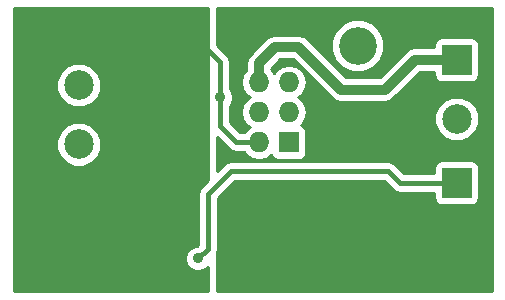
<source format=gbl>
G04 #@! TF.FileFunction,Copper,L2,Bot,Signal*
%FSLAX46Y46*%
G04 Gerber Fmt 4.6, Leading zero omitted, Abs format (unit mm)*
G04 Created by KiCad (PCBNEW 4.0.1-3.201512161002+6197~38~ubuntu15.10.1-stable) date 2015-12-20T00:19:31 CET*
%MOMM*%
G01*
G04 APERTURE LIST*
%ADD10C,0.100000*%
%ADD11C,2.499360*%
%ADD12R,2.500000X2.500000*%
%ADD13C,2.500000*%
%ADD14R,1.727200X1.727200*%
%ADD15O,1.727200X1.727200*%
%ADD16C,3.200000*%
%ADD17C,0.914400*%
%ADD18C,0.406400*%
%ADD19C,0.812800*%
%ADD20C,0.254000*%
G04 APERTURE END LIST*
D10*
D11*
X183388000Y-125349000D03*
X183388000Y-120347740D03*
X183388000Y-130350260D03*
D12*
X215392000Y-133604000D03*
D13*
X215392000Y-138604000D03*
D12*
X215392000Y-123190000D03*
D13*
X215392000Y-128190000D03*
D14*
X201168000Y-130175000D03*
D15*
X198628000Y-130175000D03*
X201168000Y-127635000D03*
X198628000Y-127635000D03*
X201168000Y-125095000D03*
X198628000Y-125095000D03*
D16*
X207000000Y-122000000D03*
D17*
X193484500Y-140017500D03*
X190119000Y-137858500D03*
X190119000Y-135255000D03*
X190119000Y-133921500D03*
X188849000Y-133921500D03*
X188849000Y-135255000D03*
X188849000Y-136525000D03*
X190119000Y-136525000D03*
X195326000Y-126365000D03*
X199849000Y-137668000D03*
X201168000Y-140208000D03*
X201168000Y-138938000D03*
X201168000Y-137668000D03*
X201168000Y-136398000D03*
X201168000Y-135128000D03*
X199898000Y-140208000D03*
X199898000Y-138938000D03*
X199898000Y-136398000D03*
X199898000Y-135128000D03*
X198628000Y-140208000D03*
X198628000Y-138938000D03*
X198628000Y-137668000D03*
X198628000Y-136398000D03*
X198628000Y-135128000D03*
X197358000Y-135128000D03*
X197358000Y-140208000D03*
X197358000Y-138938000D03*
X197358000Y-137668000D03*
X197358000Y-136398000D03*
D18*
X193484500Y-140017500D02*
X194310000Y-139192000D01*
X194310000Y-134556500D02*
X196278500Y-132588000D01*
X194310000Y-139192000D02*
X194310000Y-134556500D01*
X196278500Y-132588000D02*
X209550000Y-132588000D01*
X209550000Y-132588000D02*
X210566000Y-133604000D01*
X210566000Y-133604000D02*
X215392000Y-133604000D01*
D19*
X209296000Y-125730000D02*
X211836000Y-123190000D01*
X211836000Y-123190000D02*
X215392000Y-123190000D01*
X205613000Y-125730000D02*
X209296000Y-125730000D01*
X201993500Y-122110500D02*
X205613000Y-125730000D01*
X200025000Y-122110500D02*
X201993500Y-122110500D01*
X198628000Y-123507500D02*
X200025000Y-122110500D01*
X198628000Y-125095000D02*
X198628000Y-123507500D01*
D18*
X195326000Y-126365000D02*
X195326000Y-123380500D01*
X195326000Y-123380500D02*
X192293240Y-120347740D01*
X192293240Y-120347740D02*
X183388000Y-120347740D01*
X190119000Y-133858000D02*
X190119000Y-135128000D01*
X188849000Y-135128000D02*
X188849000Y-133858000D01*
X195326000Y-126365000D02*
X195326000Y-128778000D01*
X195326000Y-128778000D02*
X196723000Y-130175000D01*
X196723000Y-130175000D02*
X198628000Y-130175000D01*
D20*
G36*
X194310000Y-133371106D02*
X193717303Y-133963803D01*
X193535604Y-134235734D01*
X193535604Y-134235735D01*
X193471800Y-134556500D01*
X193471800Y-138844806D01*
X193391388Y-138925218D01*
X193268201Y-138925111D01*
X192866627Y-139091038D01*
X192559118Y-139398011D01*
X192392490Y-139799295D01*
X192392111Y-140233799D01*
X192558038Y-140635373D01*
X192865011Y-140942882D01*
X193266295Y-141109510D01*
X193700799Y-141109889D01*
X194102373Y-140943962D01*
X194310000Y-140736697D01*
X194310000Y-142800000D01*
X177875000Y-142800000D01*
X177875000Y-130723501D01*
X181502994Y-130723501D01*
X181789314Y-131416451D01*
X182319021Y-131947082D01*
X183011469Y-132234612D01*
X183761241Y-132235266D01*
X184454191Y-131948946D01*
X184984822Y-131419239D01*
X185272352Y-130726791D01*
X185273006Y-129977019D01*
X184986686Y-129284069D01*
X184456979Y-128753438D01*
X183764531Y-128465908D01*
X183014759Y-128465254D01*
X182321809Y-128751574D01*
X181791178Y-129281281D01*
X181503648Y-129973729D01*
X181502994Y-130723501D01*
X177875000Y-130723501D01*
X177875000Y-125722241D01*
X181502994Y-125722241D01*
X181789314Y-126415191D01*
X182319021Y-126945822D01*
X183011469Y-127233352D01*
X183761241Y-127234006D01*
X184454191Y-126947686D01*
X184984822Y-126417979D01*
X185272352Y-125725531D01*
X185273006Y-124975759D01*
X184986686Y-124282809D01*
X184456979Y-123752178D01*
X183764531Y-123464648D01*
X183014759Y-123463994D01*
X182321809Y-123750314D01*
X181791178Y-124280021D01*
X181503648Y-124972469D01*
X181502994Y-125722241D01*
X177875000Y-125722241D01*
X177875000Y-118820000D01*
X194310000Y-118820000D01*
X194310000Y-133371106D01*
X194310000Y-133371106D01*
G37*
X194310000Y-133371106D02*
X193717303Y-133963803D01*
X193535604Y-134235734D01*
X193535604Y-134235735D01*
X193471800Y-134556500D01*
X193471800Y-138844806D01*
X193391388Y-138925218D01*
X193268201Y-138925111D01*
X192866627Y-139091038D01*
X192559118Y-139398011D01*
X192392490Y-139799295D01*
X192392111Y-140233799D01*
X192558038Y-140635373D01*
X192865011Y-140942882D01*
X193266295Y-141109510D01*
X193700799Y-141109889D01*
X194102373Y-140943962D01*
X194310000Y-140736697D01*
X194310000Y-142800000D01*
X177875000Y-142800000D01*
X177875000Y-130723501D01*
X181502994Y-130723501D01*
X181789314Y-131416451D01*
X182319021Y-131947082D01*
X183011469Y-132234612D01*
X183761241Y-132235266D01*
X184454191Y-131948946D01*
X184984822Y-131419239D01*
X185272352Y-130726791D01*
X185273006Y-129977019D01*
X184986686Y-129284069D01*
X184456979Y-128753438D01*
X183764531Y-128465908D01*
X183014759Y-128465254D01*
X182321809Y-128751574D01*
X181791178Y-129281281D01*
X181503648Y-129973729D01*
X181502994Y-130723501D01*
X177875000Y-130723501D01*
X177875000Y-125722241D01*
X181502994Y-125722241D01*
X181789314Y-126415191D01*
X182319021Y-126945822D01*
X183011469Y-127233352D01*
X183761241Y-127234006D01*
X184454191Y-126947686D01*
X184984822Y-126417979D01*
X185272352Y-125725531D01*
X185273006Y-124975759D01*
X184986686Y-124282809D01*
X184456979Y-123752178D01*
X183764531Y-123464648D01*
X183014759Y-123463994D01*
X182321809Y-123750314D01*
X181791178Y-124280021D01*
X181503648Y-124972469D01*
X181502994Y-125722241D01*
X177875000Y-125722241D01*
X177875000Y-118820000D01*
X194310000Y-118820000D01*
X194310000Y-133371106D01*
G36*
X218365000Y-142800000D02*
X195072000Y-142800000D01*
X195072000Y-139531318D01*
X195084396Y-139512766D01*
X195148200Y-139192000D01*
X195148200Y-134903694D01*
X196625694Y-133426200D01*
X209202806Y-133426200D01*
X209973303Y-134196697D01*
X210245234Y-134378396D01*
X210566000Y-134442200D01*
X213494560Y-134442200D01*
X213494560Y-134854000D01*
X213538838Y-135089317D01*
X213677910Y-135305441D01*
X213890110Y-135450431D01*
X214142000Y-135501440D01*
X216642000Y-135501440D01*
X216877317Y-135457162D01*
X217093441Y-135318090D01*
X217238431Y-135105890D01*
X217289440Y-134854000D01*
X217289440Y-132354000D01*
X217245162Y-132118683D01*
X217106090Y-131902559D01*
X216893890Y-131757569D01*
X216642000Y-131706560D01*
X214142000Y-131706560D01*
X213906683Y-131750838D01*
X213690559Y-131889910D01*
X213545569Y-132102110D01*
X213494560Y-132354000D01*
X213494560Y-132765800D01*
X210913194Y-132765800D01*
X210142697Y-131995303D01*
X209870766Y-131813604D01*
X209550000Y-131749800D01*
X196278500Y-131749800D01*
X195957735Y-131813604D01*
X195685803Y-131995303D01*
X195072000Y-132609106D01*
X195072000Y-129709394D01*
X196130303Y-130767697D01*
X196402234Y-130949396D01*
X196723000Y-131013200D01*
X197390989Y-131013200D01*
X197538971Y-131234670D01*
X198025152Y-131559526D01*
X198598641Y-131673600D01*
X198657359Y-131673600D01*
X199230848Y-131559526D01*
X199696442Y-131248426D01*
X199701238Y-131273917D01*
X199840310Y-131490041D01*
X200052510Y-131635031D01*
X200304400Y-131686040D01*
X202031600Y-131686040D01*
X202266917Y-131641762D01*
X202483041Y-131502690D01*
X202628031Y-131290490D01*
X202679040Y-131038600D01*
X202679040Y-129311400D01*
X202634762Y-129076083D01*
X202495690Y-128859959D01*
X202283490Y-128714969D01*
X202239869Y-128706136D01*
X202257029Y-128694670D01*
X202344804Y-128563305D01*
X213506674Y-128563305D01*
X213793043Y-129256372D01*
X214322839Y-129787093D01*
X215015405Y-130074672D01*
X215765305Y-130075326D01*
X216458372Y-129788957D01*
X216989093Y-129259161D01*
X217276672Y-128566595D01*
X217277326Y-127816695D01*
X216990957Y-127123628D01*
X216461161Y-126592907D01*
X215768595Y-126305328D01*
X215018695Y-126304674D01*
X214325628Y-126591043D01*
X213794907Y-127120839D01*
X213507328Y-127813405D01*
X213506674Y-128563305D01*
X202344804Y-128563305D01*
X202581885Y-128208489D01*
X202695959Y-127635000D01*
X202581885Y-127061511D01*
X202257029Y-126575330D01*
X201942248Y-126365000D01*
X202257029Y-126154670D01*
X202581885Y-125668489D01*
X202695959Y-125095000D01*
X202581885Y-124521511D01*
X202257029Y-124035330D01*
X201770848Y-123710474D01*
X201197359Y-123596400D01*
X201138641Y-123596400D01*
X200565152Y-123710474D01*
X200078971Y-124035330D01*
X199898000Y-124306172D01*
X199717029Y-124035330D01*
X199669400Y-124003505D01*
X199669400Y-123938862D01*
X200456362Y-123151900D01*
X201562138Y-123151900D01*
X204876619Y-126466381D01*
X205214473Y-126692128D01*
X205613000Y-126771400D01*
X209296000Y-126771400D01*
X209694527Y-126692128D01*
X210032381Y-126466381D01*
X212267362Y-124231400D01*
X213494560Y-124231400D01*
X213494560Y-124440000D01*
X213538838Y-124675317D01*
X213677910Y-124891441D01*
X213890110Y-125036431D01*
X214142000Y-125087440D01*
X216642000Y-125087440D01*
X216877317Y-125043162D01*
X217093441Y-124904090D01*
X217238431Y-124691890D01*
X217289440Y-124440000D01*
X217289440Y-121940000D01*
X217245162Y-121704683D01*
X217106090Y-121488559D01*
X216893890Y-121343569D01*
X216642000Y-121292560D01*
X214142000Y-121292560D01*
X213906683Y-121336838D01*
X213690559Y-121475910D01*
X213545569Y-121688110D01*
X213494560Y-121940000D01*
X213494560Y-122148600D01*
X211836000Y-122148600D01*
X211437473Y-122227872D01*
X211116082Y-122442619D01*
X211099619Y-122453619D01*
X208864638Y-124688600D01*
X206044362Y-124688600D01*
X203798381Y-122442619D01*
X204764613Y-122442619D01*
X205104155Y-123264372D01*
X205732321Y-123893636D01*
X206553481Y-124234611D01*
X207442619Y-124235387D01*
X208264372Y-123895845D01*
X208893636Y-123267679D01*
X209234611Y-122446519D01*
X209235387Y-121557381D01*
X208895845Y-120735628D01*
X208267679Y-120106364D01*
X207446519Y-119765389D01*
X206557381Y-119764613D01*
X205735628Y-120104155D01*
X205106364Y-120732321D01*
X204765389Y-121553481D01*
X204764613Y-122442619D01*
X203798381Y-122442619D01*
X202729881Y-121374119D01*
X202607819Y-121292560D01*
X202392027Y-121148372D01*
X201993500Y-121069100D01*
X200025000Y-121069100D01*
X199626473Y-121148372D01*
X199410681Y-121292560D01*
X199288619Y-121374119D01*
X197891619Y-122771119D01*
X197665872Y-123108973D01*
X197586600Y-123507500D01*
X197586600Y-124003505D01*
X197538971Y-124035330D01*
X197214115Y-124521511D01*
X197100041Y-125095000D01*
X197214115Y-125668489D01*
X197538971Y-126154670D01*
X197853752Y-126365000D01*
X197538971Y-126575330D01*
X197214115Y-127061511D01*
X197100041Y-127635000D01*
X197214115Y-128208489D01*
X197538971Y-128694670D01*
X197853752Y-128905000D01*
X197538971Y-129115330D01*
X197390989Y-129336800D01*
X197070194Y-129336800D01*
X196164200Y-128430806D01*
X196164200Y-127071519D01*
X196251382Y-126984489D01*
X196418010Y-126583205D01*
X196418389Y-126148701D01*
X196252462Y-125747127D01*
X196164200Y-125658711D01*
X196164200Y-123380500D01*
X196100396Y-123059735D01*
X196100396Y-123059734D01*
X195918697Y-122787803D01*
X195072000Y-121941106D01*
X195072000Y-118820000D01*
X218365000Y-118820000D01*
X218365000Y-142800000D01*
X218365000Y-142800000D01*
G37*
X218365000Y-142800000D02*
X195072000Y-142800000D01*
X195072000Y-139531318D01*
X195084396Y-139512766D01*
X195148200Y-139192000D01*
X195148200Y-134903694D01*
X196625694Y-133426200D01*
X209202806Y-133426200D01*
X209973303Y-134196697D01*
X210245234Y-134378396D01*
X210566000Y-134442200D01*
X213494560Y-134442200D01*
X213494560Y-134854000D01*
X213538838Y-135089317D01*
X213677910Y-135305441D01*
X213890110Y-135450431D01*
X214142000Y-135501440D01*
X216642000Y-135501440D01*
X216877317Y-135457162D01*
X217093441Y-135318090D01*
X217238431Y-135105890D01*
X217289440Y-134854000D01*
X217289440Y-132354000D01*
X217245162Y-132118683D01*
X217106090Y-131902559D01*
X216893890Y-131757569D01*
X216642000Y-131706560D01*
X214142000Y-131706560D01*
X213906683Y-131750838D01*
X213690559Y-131889910D01*
X213545569Y-132102110D01*
X213494560Y-132354000D01*
X213494560Y-132765800D01*
X210913194Y-132765800D01*
X210142697Y-131995303D01*
X209870766Y-131813604D01*
X209550000Y-131749800D01*
X196278500Y-131749800D01*
X195957735Y-131813604D01*
X195685803Y-131995303D01*
X195072000Y-132609106D01*
X195072000Y-129709394D01*
X196130303Y-130767697D01*
X196402234Y-130949396D01*
X196723000Y-131013200D01*
X197390989Y-131013200D01*
X197538971Y-131234670D01*
X198025152Y-131559526D01*
X198598641Y-131673600D01*
X198657359Y-131673600D01*
X199230848Y-131559526D01*
X199696442Y-131248426D01*
X199701238Y-131273917D01*
X199840310Y-131490041D01*
X200052510Y-131635031D01*
X200304400Y-131686040D01*
X202031600Y-131686040D01*
X202266917Y-131641762D01*
X202483041Y-131502690D01*
X202628031Y-131290490D01*
X202679040Y-131038600D01*
X202679040Y-129311400D01*
X202634762Y-129076083D01*
X202495690Y-128859959D01*
X202283490Y-128714969D01*
X202239869Y-128706136D01*
X202257029Y-128694670D01*
X202344804Y-128563305D01*
X213506674Y-128563305D01*
X213793043Y-129256372D01*
X214322839Y-129787093D01*
X215015405Y-130074672D01*
X215765305Y-130075326D01*
X216458372Y-129788957D01*
X216989093Y-129259161D01*
X217276672Y-128566595D01*
X217277326Y-127816695D01*
X216990957Y-127123628D01*
X216461161Y-126592907D01*
X215768595Y-126305328D01*
X215018695Y-126304674D01*
X214325628Y-126591043D01*
X213794907Y-127120839D01*
X213507328Y-127813405D01*
X213506674Y-128563305D01*
X202344804Y-128563305D01*
X202581885Y-128208489D01*
X202695959Y-127635000D01*
X202581885Y-127061511D01*
X202257029Y-126575330D01*
X201942248Y-126365000D01*
X202257029Y-126154670D01*
X202581885Y-125668489D01*
X202695959Y-125095000D01*
X202581885Y-124521511D01*
X202257029Y-124035330D01*
X201770848Y-123710474D01*
X201197359Y-123596400D01*
X201138641Y-123596400D01*
X200565152Y-123710474D01*
X200078971Y-124035330D01*
X199898000Y-124306172D01*
X199717029Y-124035330D01*
X199669400Y-124003505D01*
X199669400Y-123938862D01*
X200456362Y-123151900D01*
X201562138Y-123151900D01*
X204876619Y-126466381D01*
X205214473Y-126692128D01*
X205613000Y-126771400D01*
X209296000Y-126771400D01*
X209694527Y-126692128D01*
X210032381Y-126466381D01*
X212267362Y-124231400D01*
X213494560Y-124231400D01*
X213494560Y-124440000D01*
X213538838Y-124675317D01*
X213677910Y-124891441D01*
X213890110Y-125036431D01*
X214142000Y-125087440D01*
X216642000Y-125087440D01*
X216877317Y-125043162D01*
X217093441Y-124904090D01*
X217238431Y-124691890D01*
X217289440Y-124440000D01*
X217289440Y-121940000D01*
X217245162Y-121704683D01*
X217106090Y-121488559D01*
X216893890Y-121343569D01*
X216642000Y-121292560D01*
X214142000Y-121292560D01*
X213906683Y-121336838D01*
X213690559Y-121475910D01*
X213545569Y-121688110D01*
X213494560Y-121940000D01*
X213494560Y-122148600D01*
X211836000Y-122148600D01*
X211437473Y-122227872D01*
X211116082Y-122442619D01*
X211099619Y-122453619D01*
X208864638Y-124688600D01*
X206044362Y-124688600D01*
X203798381Y-122442619D01*
X204764613Y-122442619D01*
X205104155Y-123264372D01*
X205732321Y-123893636D01*
X206553481Y-124234611D01*
X207442619Y-124235387D01*
X208264372Y-123895845D01*
X208893636Y-123267679D01*
X209234611Y-122446519D01*
X209235387Y-121557381D01*
X208895845Y-120735628D01*
X208267679Y-120106364D01*
X207446519Y-119765389D01*
X206557381Y-119764613D01*
X205735628Y-120104155D01*
X205106364Y-120732321D01*
X204765389Y-121553481D01*
X204764613Y-122442619D01*
X203798381Y-122442619D01*
X202729881Y-121374119D01*
X202607819Y-121292560D01*
X202392027Y-121148372D01*
X201993500Y-121069100D01*
X200025000Y-121069100D01*
X199626473Y-121148372D01*
X199410681Y-121292560D01*
X199288619Y-121374119D01*
X197891619Y-122771119D01*
X197665872Y-123108973D01*
X197586600Y-123507500D01*
X197586600Y-124003505D01*
X197538971Y-124035330D01*
X197214115Y-124521511D01*
X197100041Y-125095000D01*
X197214115Y-125668489D01*
X197538971Y-126154670D01*
X197853752Y-126365000D01*
X197538971Y-126575330D01*
X197214115Y-127061511D01*
X197100041Y-127635000D01*
X197214115Y-128208489D01*
X197538971Y-128694670D01*
X197853752Y-128905000D01*
X197538971Y-129115330D01*
X197390989Y-129336800D01*
X197070194Y-129336800D01*
X196164200Y-128430806D01*
X196164200Y-127071519D01*
X196251382Y-126984489D01*
X196418010Y-126583205D01*
X196418389Y-126148701D01*
X196252462Y-125747127D01*
X196164200Y-125658711D01*
X196164200Y-123380500D01*
X196100396Y-123059735D01*
X196100396Y-123059734D01*
X195918697Y-122787803D01*
X195072000Y-121941106D01*
X195072000Y-118820000D01*
X218365000Y-118820000D01*
X218365000Y-142800000D01*
M02*

</source>
